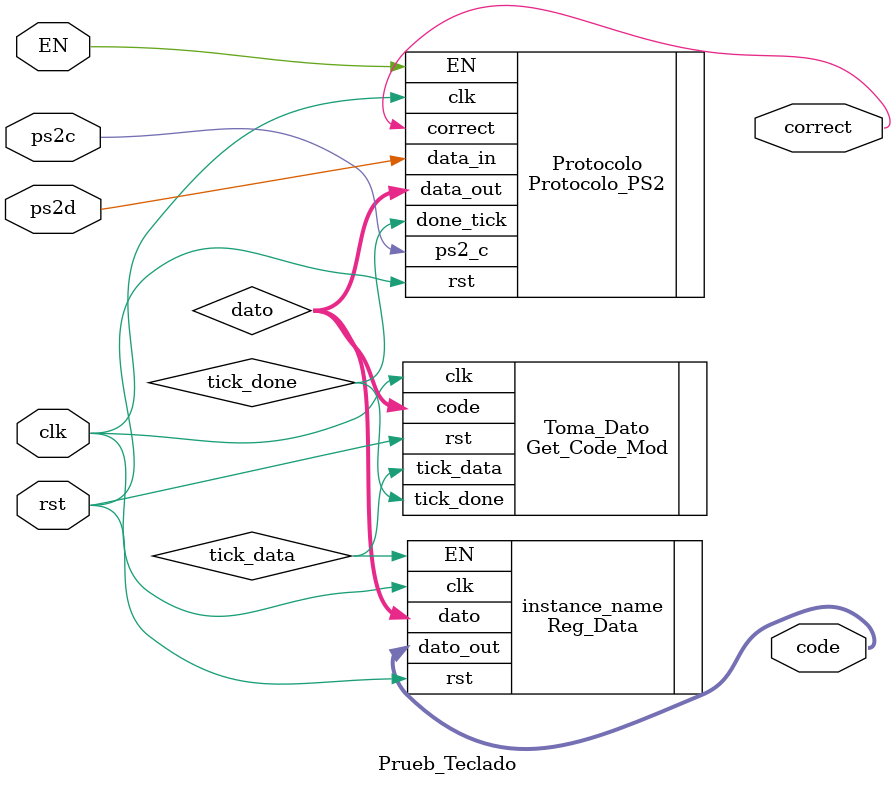
<source format=v>
`timescale 1ns / 1ps
module Prueb_Teclado(
		input clk,
		input rst,
		input ps2d,
		input ps2c,
		input EN,
		output [7:0] code,
		output correct
    );

wire tick_done;
wire tick_data;
wire [7:0] dato; 

Get_Code_Mod Toma_Dato (
    .clk(clk), 
    .rst(rst), 
    .code(dato), 
    .tick_done(tick_done), 
    .tick_data(tick_data)
    );

Protocolo_PS2 Protocolo (
    .clk(clk), 
    .rst(rst), 
    .data_in(ps2d), 
    .ps2_c(ps2c), 
    .EN(EN), 
    .done_tick(tick_done), 
    .data_out(dato), 
    .correct(correct)
    );

Reg_Data instance_name (
    .dato(dato), 
    .EN(tick_data), 
    .clk(clk), 
    .rst(rst), 
    .dato_out(code)
    );
endmodule

</source>
